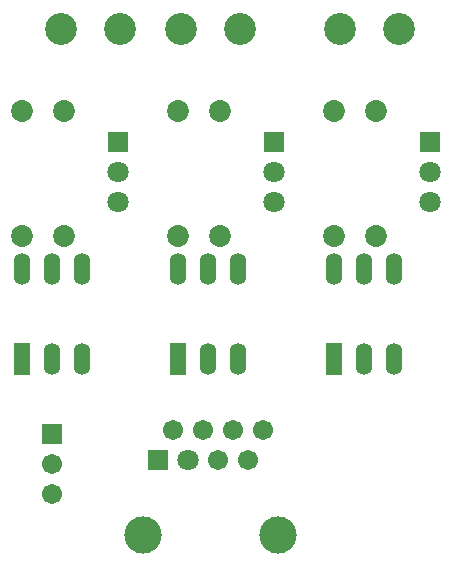
<source format=gbr>
%FSDAX24Y24*%
%MOIN*%
%SFA1B1*%

%IPPOS*%
%ADD35R,0.067100X0.067100*%
%ADD36C,0.067100*%
%ADD37R,0.055200X0.106400*%
%ADD38O,0.055200X0.106400*%
%ADD39C,0.073000*%
%ADD40C,0.106400*%
%ADD41R,0.071000X0.071000*%
%ADD42C,0.071000*%
%ADD43C,0.067100*%
%ADD44R,0.067100X0.067100*%
%ADD45C,0.071000*%
%ADD46C,0.124100*%
%LNde-130418_soldermask_bot-1*%
%LPD*%
G54D35*
X001800Y005300D03*
G54D36*
X001800Y004300D03*
Y003300D03*
G54D37*
X006000Y007800D03*
X000800D03*
X011200D03*
G54D38*
X007000Y007800D03*
X008000D03*
X006000Y010800D03*
X007000D03*
X008000D03*
X001800Y007800D03*
X002800D03*
X000800Y010800D03*
X001800D03*
X002800D03*
X012200Y007800D03*
X013200D03*
X011200Y010800D03*
X012200D03*
X013200D03*
G54D39*
X012600Y011923D03*
Y016077D03*
X011200Y011923D03*
Y016077D03*
X002200Y011923D03*
Y016077D03*
X000800Y011923D03*
Y016077D03*
X006000Y011923D03*
Y016077D03*
X007400Y011923D03*
Y016077D03*
G54D40*
X011416Y018800D03*
X013384D03*
X006116D03*
X008084D03*
X002116D03*
X004084D03*
G54D41*
X014400Y015060D03*
X009200D03*
X004000D03*
G54D42*
X014400Y014060D03*
Y013060D03*
X009200Y014060D03*
Y013060D03*
X004000Y014060D03*
Y013060D03*
G54D43*
X008850Y005450D03*
X005850D03*
X008350Y004450D03*
X007850Y005450D03*
X006850D03*
X007350Y004450D03*
G54D44*
X005350Y004450D03*
G54D45*
X006350Y004450D03*
G54D46*
X004850Y001950D03*
X009350D03*
M02*
</source>
